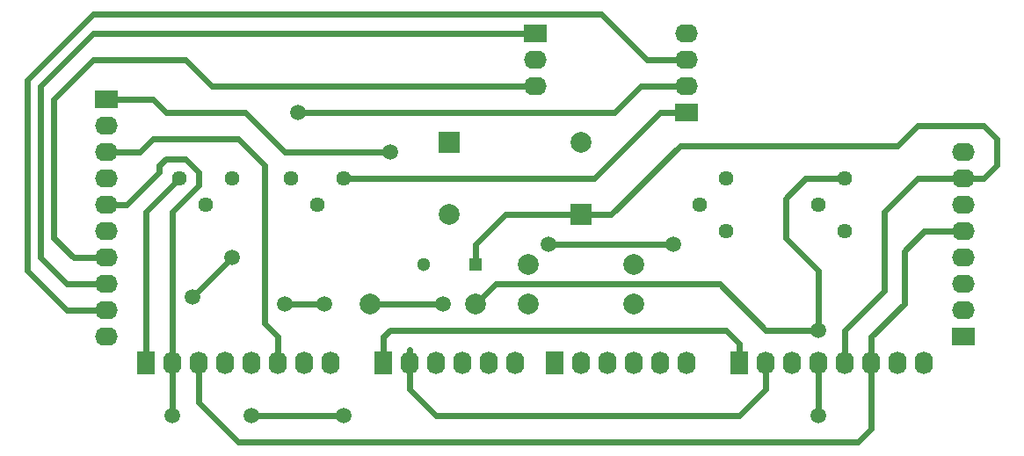
<source format=gbr>
G04 #@! TF.GenerationSoftware,KiCad,Pcbnew,(5.1.9-0-10_14)*
G04 #@! TF.CreationDate,2020-12-29T17:03:32+01:00*
G04 #@! TF.ProjectId,Attentuator Board V2,41747465-6e74-4756-9174-6f7220426f61,2.1*
G04 #@! TF.SameCoordinates,Original*
G04 #@! TF.FileFunction,Copper,L1,Top*
G04 #@! TF.FilePolarity,Positive*
%FSLAX46Y46*%
G04 Gerber Fmt 4.6, Leading zero omitted, Abs format (unit mm)*
G04 Created by KiCad (PCBNEW (5.1.9-0-10_14)) date 2020-12-29 17:03:32*
%MOMM*%
%LPD*%
G01*
G04 APERTURE LIST*
G04 #@! TA.AperFunction,ComponentPad*
%ADD10O,1.740000X2.200000*%
G04 #@! TD*
G04 #@! TA.AperFunction,ComponentPad*
%ADD11R,1.740000X2.200000*%
G04 #@! TD*
G04 #@! TA.AperFunction,ComponentPad*
%ADD12O,2.200000X1.740000*%
G04 #@! TD*
G04 #@! TA.AperFunction,ComponentPad*
%ADD13R,2.200000X1.740000*%
G04 #@! TD*
G04 #@! TA.AperFunction,ComponentPad*
%ADD14C,1.440000*%
G04 #@! TD*
G04 #@! TA.AperFunction,ComponentPad*
%ADD15C,2.000000*%
G04 #@! TD*
G04 #@! TA.AperFunction,ComponentPad*
%ADD16R,2.000000X2.000000*%
G04 #@! TD*
G04 #@! TA.AperFunction,ComponentPad*
%ADD17R,1.300000X1.300000*%
G04 #@! TD*
G04 #@! TA.AperFunction,ComponentPad*
%ADD18C,1.300000*%
G04 #@! TD*
G04 #@! TA.AperFunction,ComponentPad*
%ADD19C,1.998980*%
G04 #@! TD*
G04 #@! TA.AperFunction,ViaPad*
%ADD20C,1.500000*%
G04 #@! TD*
G04 #@! TA.AperFunction,Conductor*
%ADD21C,0.600000*%
G04 #@! TD*
G04 APERTURE END LIST*
D10*
X139700000Y-107315000D03*
X137160000Y-107315000D03*
X134620000Y-107315000D03*
X132080000Y-107315000D03*
X129540000Y-107315000D03*
D11*
X127000000Y-107315000D03*
D10*
X156210000Y-107315000D03*
X153670000Y-107315000D03*
X151130000Y-107315000D03*
X148590000Y-107315000D03*
X146050000Y-107315000D03*
D11*
X143510000Y-107315000D03*
D10*
X119380000Y-107315000D03*
X121920000Y-107315000D03*
X116840000Y-107315000D03*
X114300000Y-107315000D03*
X111760000Y-107315000D03*
X109220000Y-107315000D03*
X106680000Y-107315000D03*
D11*
X104140000Y-107315000D03*
D10*
X176530000Y-107315000D03*
X179070000Y-107315000D03*
X173990000Y-107315000D03*
X171450000Y-107315000D03*
X168910000Y-107315000D03*
X166370000Y-107315000D03*
X163830000Y-107315000D03*
D11*
X161290000Y-107315000D03*
D12*
X182880000Y-89535000D03*
X182880000Y-86995000D03*
X182880000Y-92075000D03*
X182880000Y-94615000D03*
X182880000Y-97155000D03*
X182880000Y-99695000D03*
X182880000Y-102235000D03*
D13*
X182880000Y-104775000D03*
D12*
X156210000Y-75565000D03*
X156210000Y-78105000D03*
X156210000Y-80645000D03*
D13*
X156210000Y-83185000D03*
D12*
X141605000Y-80645000D03*
X141605000Y-78105000D03*
D13*
X141605000Y-75565000D03*
D12*
X100330000Y-104775000D03*
X100330000Y-102235000D03*
X100330000Y-97155000D03*
X100330000Y-99695000D03*
X100330000Y-94615000D03*
X100330000Y-92075000D03*
X100330000Y-89535000D03*
X100330000Y-86995000D03*
X100330000Y-84455000D03*
D13*
X100330000Y-81915000D03*
D14*
X118110000Y-89535000D03*
X120650000Y-92075000D03*
X123190000Y-89535000D03*
X107315000Y-89535000D03*
X109855000Y-92075000D03*
X112395000Y-89535000D03*
X171450000Y-89535000D03*
X168910000Y-92075000D03*
X171450000Y-94615000D03*
X160020000Y-89535000D03*
X157480000Y-92075000D03*
X160020000Y-94615000D03*
D15*
X133350000Y-93035000D03*
D16*
X133350000Y-86035000D03*
D15*
X146050000Y-86035000D03*
D16*
X146050000Y-93035000D03*
D17*
X135890000Y-97790000D03*
D18*
X130890000Y-97790000D03*
D19*
X135890000Y-101600000D03*
X125730000Y-101600000D03*
X140970000Y-101600000D03*
X151130000Y-101600000D03*
X140970000Y-97790000D03*
X151130000Y-97790000D03*
D20*
X118745000Y-83185000D03*
X123190000Y-112395000D03*
X114300000Y-112395000D03*
X106680000Y-112395000D03*
X127635000Y-86995000D03*
X121285000Y-101600000D03*
X117475000Y-101600000D03*
X108585000Y-100965000D03*
X112395000Y-97155000D03*
X168910000Y-112395000D03*
X168910000Y-104140000D03*
X142875000Y-95885000D03*
X154940000Y-95885000D03*
X132715000Y-101600000D03*
D21*
X182880000Y-89535000D02*
X178435000Y-89535000D01*
X178435000Y-89535000D02*
X175260000Y-92710000D01*
X175260000Y-92710000D02*
X175260000Y-100330000D01*
X171450000Y-104140000D02*
X171450000Y-107315000D01*
X175260000Y-100330000D02*
X171450000Y-104140000D01*
X146050000Y-93035000D02*
X148900000Y-93035000D01*
X148900000Y-93035000D02*
X155575000Y-86360000D01*
X155575000Y-86360000D02*
X176530000Y-86360000D01*
X176530000Y-86360000D02*
X178435000Y-84455000D01*
X178435000Y-84455000D02*
X184785000Y-84455000D01*
X184785000Y-84455000D02*
X186055000Y-85725000D01*
X186055000Y-85725000D02*
X186055000Y-88265000D01*
X184785000Y-89535000D02*
X182880000Y-89535000D01*
X186055000Y-88265000D02*
X184785000Y-89535000D01*
X146050000Y-93035000D02*
X138740000Y-93035000D01*
X135890000Y-95885000D02*
X135890000Y-97790000D01*
X138740000Y-93035000D02*
X135890000Y-95885000D01*
X156210000Y-83185000D02*
X153670000Y-83185000D01*
X147320000Y-89535000D02*
X123190000Y-89535000D01*
X153670000Y-83185000D02*
X147320000Y-89535000D01*
X118745000Y-83185000D02*
X149225000Y-83185000D01*
X151765000Y-80645000D02*
X156210000Y-80645000D01*
X149225000Y-83185000D02*
X151765000Y-80645000D01*
X156210000Y-78105000D02*
X152400000Y-78105000D01*
X152400000Y-78105000D02*
X147955000Y-73660000D01*
X147955000Y-73660000D02*
X99060000Y-73660000D01*
X99060000Y-73660000D02*
X92710000Y-80010000D01*
X92710000Y-80010000D02*
X92710000Y-98425000D01*
X96520000Y-102235000D02*
X100330000Y-102235000D01*
X92710000Y-98425000D02*
X96520000Y-102235000D01*
X100330000Y-92075000D02*
X102235000Y-92075000D01*
X102235000Y-92075000D02*
X105410000Y-88900000D01*
X105410000Y-88900000D02*
X105410000Y-88265000D01*
X105410000Y-88265000D02*
X106045000Y-87630000D01*
X106045000Y-87630000D02*
X107950000Y-87630000D01*
X107950000Y-87630000D02*
X109220000Y-88900000D01*
X109220000Y-88900000D02*
X109220000Y-90170000D01*
X106680000Y-92710000D02*
X106680000Y-107315000D01*
X109220000Y-90170000D02*
X106680000Y-92710000D01*
X123190000Y-112395000D02*
X114300000Y-112395000D01*
X106680000Y-112395000D02*
X106680000Y-107315000D01*
X127635000Y-86995000D02*
X117475000Y-86995000D01*
X117475000Y-86995000D02*
X113665000Y-83185000D01*
X113665000Y-83185000D02*
X106045000Y-83185000D01*
X104775000Y-81915000D02*
X100330000Y-81915000D01*
X106045000Y-83185000D02*
X104775000Y-81915000D01*
X115570000Y-103505000D02*
X116840000Y-104775000D01*
X115570000Y-88265000D02*
X115570000Y-103505000D01*
X113030000Y-85725000D02*
X115570000Y-88265000D01*
X116840000Y-104775000D02*
X116840000Y-107315000D01*
X103505000Y-86995000D02*
X104775000Y-85725000D01*
X104775000Y-85725000D02*
X113030000Y-85725000D01*
X100330000Y-86995000D02*
X103505000Y-86995000D01*
X104140000Y-92710000D02*
X107315000Y-89535000D01*
X104140000Y-107315000D02*
X104140000Y-92710000D01*
X121285000Y-101600000D02*
X117475000Y-101600000D01*
X141605000Y-80645000D02*
X110490000Y-80645000D01*
X110490000Y-80645000D02*
X107950000Y-78105000D01*
X107950000Y-78105000D02*
X99060000Y-78105000D01*
X99060000Y-78105000D02*
X95250000Y-81915000D01*
X95250000Y-81915000D02*
X95250000Y-95250000D01*
X97155000Y-97155000D02*
X100330000Y-97155000D01*
X95250000Y-95250000D02*
X97155000Y-97155000D01*
X96520000Y-99695000D02*
X100330000Y-99695000D01*
X93980000Y-97155000D02*
X96520000Y-99695000D01*
X93980000Y-80645000D02*
X93980000Y-97155000D01*
X99060000Y-75565000D02*
X93980000Y-80645000D01*
X141605000Y-75565000D02*
X99060000Y-75565000D01*
X108585000Y-100965000D02*
X111760000Y-97790000D01*
X111760000Y-97790000D02*
X112395000Y-97155000D01*
X182880000Y-94615000D02*
X179070000Y-94615000D01*
X179070000Y-94615000D02*
X177165000Y-96520000D01*
X177165000Y-96520000D02*
X177165000Y-101600000D01*
X177165000Y-101600000D02*
X173990000Y-104775000D01*
X173990000Y-104775000D02*
X173990000Y-107315000D01*
X172720000Y-114935000D02*
X113030000Y-114935000D01*
X173990000Y-113665000D02*
X172720000Y-114935000D01*
X109220000Y-111125000D02*
X109220000Y-107315000D01*
X113030000Y-114935000D02*
X109220000Y-111125000D01*
X173990000Y-107315000D02*
X173990000Y-113665000D01*
X127000000Y-107315000D02*
X127000000Y-104775000D01*
X127000000Y-104775000D02*
X127635000Y-104140000D01*
X127635000Y-104140000D02*
X160020000Y-104140000D01*
X161290000Y-105410000D02*
X161290000Y-107315000D01*
X160020000Y-104140000D02*
X161290000Y-105410000D01*
X129540000Y-107315000D02*
X129540000Y-106045000D01*
X161290000Y-112395000D02*
X163830000Y-109855000D01*
X163830000Y-109855000D02*
X163830000Y-107315000D01*
X132080000Y-112395000D02*
X161290000Y-112395000D01*
X129540000Y-109855000D02*
X132080000Y-112395000D01*
X129540000Y-107315000D02*
X129540000Y-109855000D01*
X168910000Y-107315000D02*
X168910000Y-112395000D01*
X168910000Y-104140000D02*
X163830000Y-104140000D01*
X163830000Y-104140000D02*
X159385000Y-99695000D01*
X137795000Y-99695000D02*
X135890000Y-101600000D01*
X159385000Y-99695000D02*
X137795000Y-99695000D01*
X168910000Y-104140000D02*
X168910000Y-98425000D01*
X168910000Y-98425000D02*
X165735000Y-95250000D01*
X165735000Y-95250000D02*
X165735000Y-91440000D01*
X167640000Y-89535000D02*
X171450000Y-89535000D01*
X165735000Y-91440000D02*
X167640000Y-89535000D01*
X142875000Y-95885000D02*
X154940000Y-95885000D01*
X132715000Y-101600000D02*
X125730000Y-101600000D01*
M02*

</source>
